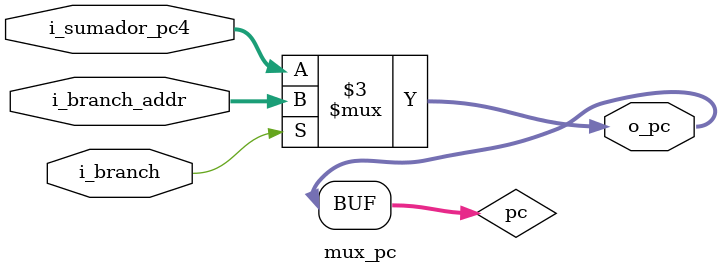
<source format=v>
`timescale 1ns / 1ps

module mux_pc #(
    parameter NB = 32
) (
    input  wire [NB-1:0] i_sumador_pc4,
    input       [NB-1:0] i_branch_addr,
    input                i_branch,
    output wire [NB-1:0] o_pc
);

  reg [NB-1:0] pc;

  always @(*) begin
    if (i_branch) pc <= i_branch_addr;
    else pc <= i_sumador_pc4;
  end

  assign o_pc = pc;

endmodule

</source>
